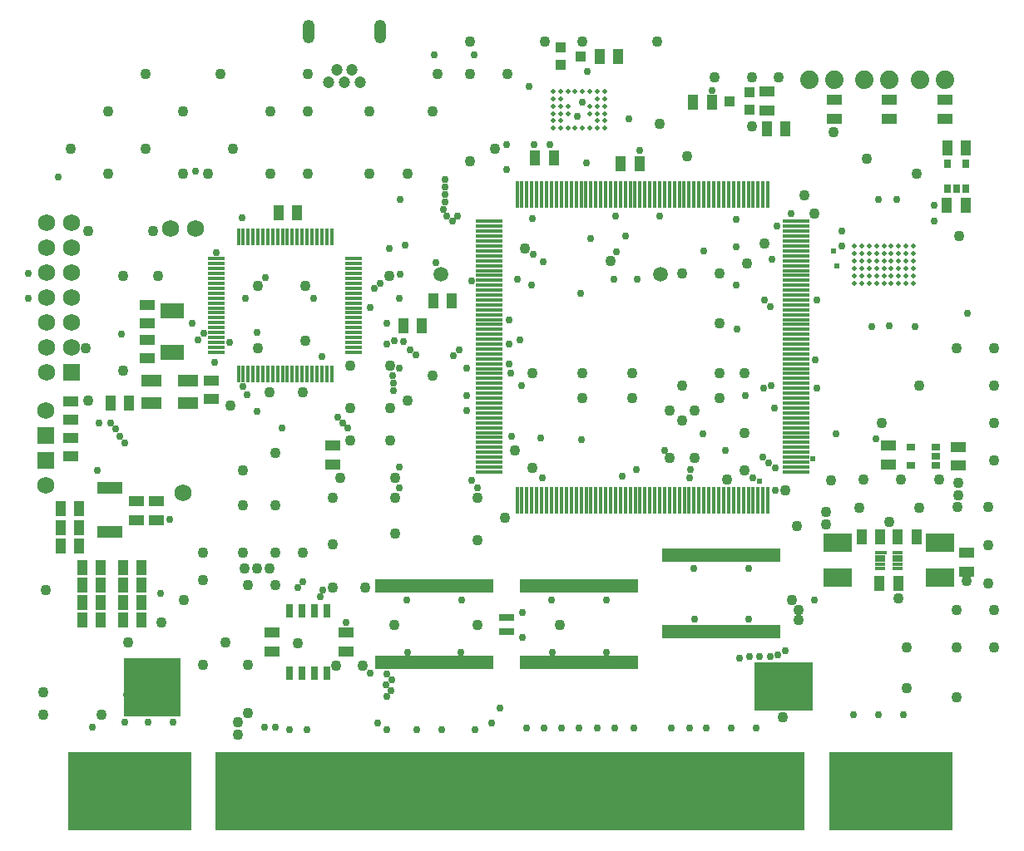
<source format=gts>
G04 This is an RS-274x file exported by *
G04 gerbv version 2.4.0 *
G04 More information is available about gerbv at *
G04 http://gerbv.gpleda.org/ *
G04 --End of header info--*
%MOIN*%
%FSLAX23Y23*%
%IPPOS*%
G04 --Define apertures--*
%ADD10C,0.0080*%
%ADD11R,0.0198X0.0552*%
%ADD12R,0.0380X0.0280*%
%ADD13R,0.0280X0.0380*%
%ADD14R,0.0670X0.0178*%
%ADD15R,0.0178X0.0670*%
%ADD16R,0.0180X0.1080*%
%ADD17R,0.1080X0.0180*%
%ADD18R,0.0280X0.0530*%
%ADD19R,0.0440X0.0440*%
%ADD20R,0.0946X0.0592*%
%ADD21R,0.0828X0.0513*%
%ADD22R,0.0680X0.0680*%
%ADD23C,0.0680*%
%ADD24C,0.0474*%
%ADD25O,0.0474X0.0946*%
%ADD26C,0.0740*%
%ADD27O,0.0194X0.0194*%
%ADD28R,0.0198X0.0473*%
%ADD29R,0.0198X0.0280*%
%ADD30R,0.4929X0.3158*%
%ADD31R,2.3630X0.3158*%
%ADD32R,0.2370X0.1977*%
%ADD33R,0.2291X0.2370*%
%ADD34R,0.1180X0.0780*%
%ADD35R,0.0630X0.0430*%
%ADD36R,0.0430X0.0630*%
%ADD37C,0.0592*%
%ADD38R,0.0473X0.0159*%
%ADD39R,0.0434X0.0159*%
%ADD40R,0.0434X0.0158*%
%ADD41C,0.0298*%
%ADD42C,0.0430*%
%ADD43C,0.0237*%
G04 --Start main section--*
G54D11*
G01X05179Y-4763D03*
G01X05198Y-4763D03*
G01X05218Y-4763D03*
G01X05238Y-4763D03*
G01X05257Y-4763D03*
G01X05277Y-4763D03*
G01X05297Y-4763D03*
G01X05317Y-4763D03*
G01X05336Y-4763D03*
G01X05356Y-4763D03*
G01X05376Y-4763D03*
G01X05395Y-4763D03*
G01X05415Y-4763D03*
G01X05435Y-4763D03*
G01X05454Y-4763D03*
G01X05474Y-4763D03*
G01X05494Y-4763D03*
G01X05513Y-4763D03*
G01X05533Y-4763D03*
G01X05553Y-4763D03*
G01X05572Y-4763D03*
G01X05592Y-4763D03*
G01X05612Y-4763D03*
G01X05631Y-4763D03*
G01X05631Y-4456D03*
G01X05612Y-4456D03*
G01X05592Y-4456D03*
G01X05572Y-4456D03*
G01X05553Y-4456D03*
G01X05533Y-4456D03*
G01X05513Y-4456D03*
G01X05494Y-4456D03*
G01X05474Y-4456D03*
G01X05454Y-4456D03*
G01X05435Y-4456D03*
G01X05415Y-4456D03*
G01X05395Y-4456D03*
G01X05376Y-4456D03*
G01X05356Y-4456D03*
G01X05336Y-4456D03*
G01X05317Y-4456D03*
G01X05297Y-4456D03*
G01X05277Y-4456D03*
G01X05257Y-4456D03*
G01X05238Y-4456D03*
G01X05218Y-4456D03*
G01X05198Y-4456D03*
G01X05179Y-4456D03*
G01X06329Y-4638D03*
G01X06348Y-4638D03*
G01X06368Y-4638D03*
G01X06388Y-4638D03*
G01X06407Y-4638D03*
G01X06427Y-4638D03*
G01X06447Y-4638D03*
G01X06467Y-4638D03*
G01X06486Y-4638D03*
G01X06506Y-4638D03*
G01X06526Y-4638D03*
G01X06545Y-4638D03*
G01X06565Y-4638D03*
G01X06585Y-4638D03*
G01X06604Y-4638D03*
G01X06624Y-4638D03*
G01X06644Y-4638D03*
G01X06663Y-4638D03*
G01X06683Y-4638D03*
G01X06703Y-4638D03*
G01X06722Y-4638D03*
G01X06742Y-4638D03*
G01X06762Y-4638D03*
G01X06781Y-4638D03*
G01X06781Y-4331D03*
G01X06762Y-4331D03*
G01X06742Y-4331D03*
G01X06722Y-4331D03*
G01X06703Y-4331D03*
G01X06683Y-4331D03*
G01X06663Y-4331D03*
G01X06644Y-4331D03*
G01X06624Y-4331D03*
G01X06604Y-4331D03*
G01X06585Y-4331D03*
G01X06565Y-4331D03*
G01X06545Y-4331D03*
G01X06526Y-4331D03*
G01X06506Y-4331D03*
G01X06486Y-4331D03*
G01X06467Y-4331D03*
G01X06447Y-4331D03*
G01X06427Y-4331D03*
G01X06407Y-4331D03*
G01X06388Y-4331D03*
G01X06368Y-4331D03*
G01X06348Y-4331D03*
G01X06329Y-4331D03*
G01X05759Y-4763D03*
G01X05778Y-4763D03*
G01X05798Y-4763D03*
G01X05818Y-4763D03*
G01X05837Y-4763D03*
G01X05857Y-4763D03*
G01X05877Y-4763D03*
G01X05897Y-4763D03*
G01X05916Y-4763D03*
G01X05936Y-4763D03*
G01X05956Y-4763D03*
G01X05975Y-4763D03*
G01X05995Y-4763D03*
G01X06015Y-4763D03*
G01X06034Y-4763D03*
G01X06054Y-4763D03*
G01X06074Y-4763D03*
G01X06093Y-4763D03*
G01X06113Y-4763D03*
G01X06133Y-4763D03*
G01X06152Y-4763D03*
G01X06172Y-4763D03*
G01X06192Y-4763D03*
G01X06211Y-4763D03*
G01X06211Y-4456D03*
G01X06192Y-4456D03*
G01X06172Y-4456D03*
G01X06152Y-4456D03*
G01X06133Y-4456D03*
G01X06113Y-4456D03*
G01X06093Y-4456D03*
G01X06074Y-4456D03*
G01X06054Y-4456D03*
G01X06034Y-4456D03*
G01X06015Y-4456D03*
G01X05995Y-4456D03*
G01X05975Y-4456D03*
G01X05956Y-4456D03*
G01X05936Y-4456D03*
G01X05916Y-4456D03*
G01X05897Y-4456D03*
G01X05877Y-4456D03*
G01X05857Y-4456D03*
G01X05837Y-4456D03*
G01X05818Y-4456D03*
G01X05798Y-4456D03*
G01X05778Y-4456D03*
G01X05759Y-4456D03*
G54D12*
G01X07415Y-3973D03*
G01X07415Y-3898D03*
G01X07315Y-3973D03*
G01X07415Y-3936D03*
G01X07315Y-3898D03*
G54D13*
G01X07461Y-2863D03*
G01X07536Y-2863D03*
G01X07461Y-2763D03*
G01X07498Y-2863D03*
G01X07536Y-2763D03*
G54D14*
G01X04532Y-3143D03*
G01X04532Y-3163D03*
G01X04532Y-3182D03*
G01X04532Y-3202D03*
G01X04532Y-3222D03*
G01X04532Y-3241D03*
G01X04532Y-3261D03*
G01X04532Y-3281D03*
G01X04532Y-3300D03*
G01X04532Y-3320D03*
G01X04532Y-3340D03*
G01X04532Y-3359D03*
G01X04532Y-3379D03*
G01X04532Y-3399D03*
G01X04532Y-3418D03*
G01X04532Y-3438D03*
G01X04532Y-3458D03*
G01X04532Y-3478D03*
G01X04532Y-3497D03*
G01X04532Y-3517D03*
G54D15*
G01X04621Y-3605D03*
G01X04640Y-3605D03*
G01X04660Y-3605D03*
G01X04680Y-3605D03*
G01X04699Y-3605D03*
G01X04719Y-3605D03*
G01X04739Y-3605D03*
G01X04758Y-3605D03*
G01X04778Y-3605D03*
G01X04798Y-3605D03*
G01X04817Y-3605D03*
G01X04837Y-3605D03*
G01X04857Y-3605D03*
G01X04876Y-3605D03*
G01X04896Y-3605D03*
G01X04916Y-3605D03*
G01X04935Y-3605D03*
G01X04955Y-3605D03*
G01X04975Y-3605D03*
G01X04995Y-3605D03*
G54D14*
G01X05083Y-3517D03*
G01X05083Y-3497D03*
G01X05083Y-3478D03*
G01X05083Y-3458D03*
G01X05083Y-3438D03*
G01X05083Y-3418D03*
G01X05083Y-3399D03*
G01X05083Y-3379D03*
G01X05083Y-3359D03*
G01X05083Y-3340D03*
G01X05083Y-3320D03*
G01X05083Y-3300D03*
G01X05083Y-3281D03*
G01X05083Y-3261D03*
G01X05083Y-3241D03*
G01X05083Y-3222D03*
G01X05083Y-3202D03*
G01X05083Y-3182D03*
G01X05083Y-3163D03*
G01X05083Y-3143D03*
G54D15*
G01X04995Y-3054D03*
G01X04975Y-3054D03*
G01X04955Y-3054D03*
G01X04935Y-3054D03*
G01X04916Y-3054D03*
G01X04896Y-3054D03*
G01X04876Y-3054D03*
G01X04857Y-3054D03*
G01X04837Y-3054D03*
G01X04817Y-3054D03*
G01X04798Y-3054D03*
G01X04778Y-3054D03*
G01X04758Y-3054D03*
G01X04739Y-3054D03*
G01X04719Y-3054D03*
G01X04699Y-3054D03*
G01X04680Y-3054D03*
G01X04660Y-3054D03*
G01X04640Y-3054D03*
G01X04621Y-3054D03*
G54D16*
G01X06742Y-2885D03*
G01X06723Y-2885D03*
G01X06703Y-2885D03*
G01X06683Y-2885D03*
G01X06664Y-2885D03*
G01X06644Y-2885D03*
G01X06624Y-2885D03*
G01X06604Y-2885D03*
G01X06585Y-2885D03*
G01X06565Y-2885D03*
G01X06545Y-2885D03*
G01X06526Y-2885D03*
G01X06506Y-2885D03*
G01X06486Y-2885D03*
G01X06467Y-2885D03*
G01X06447Y-2885D03*
G01X06427Y-2885D03*
G01X06407Y-2885D03*
G01X06388Y-2885D03*
G01X06368Y-2885D03*
G01X06348Y-2885D03*
G01X06329Y-2885D03*
G01X06309Y-2885D03*
G01X06289Y-2885D03*
G01X06270Y-2885D03*
G01X06250Y-2885D03*
G01X06230Y-2885D03*
G01X06210Y-2885D03*
G01X06191Y-2885D03*
G01X06171Y-2885D03*
G01X06151Y-2885D03*
G01X06132Y-2885D03*
G01X06112Y-2885D03*
G01X06092Y-2885D03*
G01X06073Y-2885D03*
G01X06053Y-2885D03*
G01X06033Y-2885D03*
G01X06013Y-2885D03*
G01X05994Y-2885D03*
G01X05974Y-2885D03*
G01X05954Y-2885D03*
G01X05935Y-2885D03*
G01X05915Y-2885D03*
G01X05895Y-2885D03*
G01X05876Y-2885D03*
G01X05856Y-2885D03*
G01X05836Y-2885D03*
G01X05816Y-2885D03*
G01X05797Y-2885D03*
G01X05777Y-2885D03*
G01X05757Y-2885D03*
G01X05738Y-2885D03*
G54D17*
G01X05627Y-2993D03*
G01X05627Y-3012D03*
G01X05627Y-3032D03*
G01X05627Y-3052D03*
G01X05627Y-3071D03*
G01X05627Y-3091D03*
G01X05627Y-3111D03*
G01X05627Y-3131D03*
G01X05627Y-3150D03*
G01X05627Y-3170D03*
G01X05627Y-3190D03*
G01X05627Y-3209D03*
G01X05627Y-3229D03*
G01X05627Y-3249D03*
G01X05627Y-3268D03*
G01X05627Y-3288D03*
G01X05627Y-3308D03*
G01X05627Y-3328D03*
G01X05627Y-3347D03*
G01X05627Y-3367D03*
G01X05627Y-3387D03*
G01X05627Y-3406D03*
G01X05627Y-3426D03*
G01X05627Y-3446D03*
G01X05627Y-3465D03*
G01X05627Y-3485D03*
G01X05627Y-3505D03*
G01X05627Y-3525D03*
G01X05627Y-3544D03*
G01X05627Y-3564D03*
G01X05627Y-3584D03*
G01X05627Y-3603D03*
G01X05627Y-3623D03*
G01X05627Y-3643D03*
G01X05627Y-3662D03*
G01X05627Y-3682D03*
G01X05627Y-3702D03*
G01X05627Y-3722D03*
G01X05627Y-3741D03*
G01X05627Y-3761D03*
G01X05627Y-3781D03*
G01X05627Y-3800D03*
G01X05627Y-3820D03*
G01X05627Y-3840D03*
G01X05627Y-3859D03*
G01X05627Y-3879D03*
G01X05627Y-3899D03*
G01X05627Y-3919D03*
G01X05627Y-3938D03*
G01X05627Y-3958D03*
G01X05627Y-3978D03*
G01X05627Y-3997D03*
G54D16*
G01X05738Y-4113D03*
G01X05757Y-4113D03*
G01X05777Y-4113D03*
G01X05797Y-4113D03*
G01X05817Y-4113D03*
G01X05836Y-4113D03*
G01X05856Y-4113D03*
G01X05876Y-4113D03*
G01X05895Y-4113D03*
G01X05915Y-4113D03*
G01X05935Y-4113D03*
G01X05954Y-4113D03*
G01X05974Y-4113D03*
G01X05994Y-4113D03*
G01X06014Y-4113D03*
G01X06033Y-4113D03*
G01X06053Y-4113D03*
G01X06073Y-4113D03*
G01X06092Y-4113D03*
G01X06112Y-4113D03*
G01X06132Y-4113D03*
G01X06151Y-4113D03*
G01X06171Y-4113D03*
G01X06191Y-4113D03*
G01X06211Y-4113D03*
G01X06230Y-4113D03*
G01X06250Y-4113D03*
G01X06270Y-4113D03*
G01X06289Y-4113D03*
G01X06309Y-4113D03*
G01X06329Y-4113D03*
G01X06348Y-4113D03*
G01X06368Y-4113D03*
G01X06388Y-4113D03*
G01X06408Y-4113D03*
G01X06427Y-4113D03*
G01X06447Y-4113D03*
G01X06467Y-4113D03*
G01X06486Y-4113D03*
G01X06506Y-4113D03*
G01X06526Y-4113D03*
G01X06545Y-4113D03*
G01X06565Y-4113D03*
G01X06585Y-4113D03*
G01X06605Y-4113D03*
G01X06624Y-4113D03*
G01X06644Y-4113D03*
G01X06664Y-4113D03*
G01X06683Y-4113D03*
G01X06703Y-4113D03*
G01X06723Y-4113D03*
G01X06742Y-4113D03*
G54D17*
G01X06855Y-3997D03*
G01X06855Y-3978D03*
G01X06855Y-3958D03*
G01X06855Y-3938D03*
G01X06855Y-3918D03*
G01X06855Y-3899D03*
G01X06855Y-3879D03*
G01X06855Y-3859D03*
G01X06855Y-3840D03*
G01X06855Y-3820D03*
G01X06855Y-3800D03*
G01X06855Y-3781D03*
G01X06855Y-3761D03*
G01X06855Y-3741D03*
G01X06855Y-3721D03*
G01X06855Y-3702D03*
G01X06855Y-3682D03*
G01X06855Y-3662D03*
G01X06855Y-3643D03*
G01X06855Y-3623D03*
G01X06855Y-3603D03*
G01X06855Y-3584D03*
G01X06855Y-3564D03*
G01X06855Y-3544D03*
G01X06855Y-3524D03*
G01X06855Y-3505D03*
G01X06855Y-3485D03*
G01X06855Y-3465D03*
G01X06855Y-3446D03*
G01X06855Y-3426D03*
G01X06855Y-3406D03*
G01X06855Y-3387D03*
G01X06855Y-3367D03*
G01X06855Y-3347D03*
G01X06855Y-3327D03*
G01X06855Y-3308D03*
G01X06855Y-3288D03*
G01X06855Y-3268D03*
G01X06855Y-3249D03*
G01X06855Y-3229D03*
G01X06855Y-3209D03*
G01X06855Y-3190D03*
G01X06855Y-3170D03*
G01X06855Y-3150D03*
G01X06855Y-3130D03*
G01X06855Y-3111D03*
G01X06855Y-3091D03*
G01X06855Y-3071D03*
G01X06855Y-3052D03*
G01X06855Y-3032D03*
G01X06855Y-3012D03*
G01X06855Y-2993D03*
G54D18*
G01X04975Y-4805D03*
G01X04925Y-4805D03*
G01X04875Y-4805D03*
G01X04825Y-4805D03*
G01X04825Y-4555D03*
G01X04875Y-4555D03*
G01X04925Y-4555D03*
G01X04975Y-4555D03*
G54D19*
G01X05913Y-2366D03*
G01X05913Y-2296D03*
G01X05993Y-2331D03*
G54D20*
G01X04355Y-3352D03*
G01X04355Y-3518D03*
G54D21*
G01X04272Y-3630D03*
G01X04418Y-3630D03*
G01X04272Y-3720D03*
G01X04418Y-3720D03*
G54D22*
G01X03850Y-3850D03*
G54D23*
G01X03850Y-3750D03*
G54D24*
G01X05014Y-2386D03*
G01X05045Y-2434D03*
G01X05077Y-2386D03*
G01X05108Y-2434D03*
G01X04982Y-2434D03*
G54D25*
G01X04901Y-2233D03*
G01X05189Y-2233D03*
G54D19*
G01X06670Y-2475D03*
G01X06670Y-2545D03*
G01X06590Y-2510D03*
G54D22*
G01X03850Y-3950D03*
G54D23*
G01X03850Y-4050D03*
G01X04400Y-4080D03*
G01X04450Y-3020D03*
G01X04350Y-3020D03*
G54D26*
G01X07130Y-2425D03*
G01X07230Y-2425D03*
G01X07353Y-2425D03*
G01X07453Y-2425D03*
G54D27*
G01X07326Y-3093D03*
G01X07296Y-3093D03*
G01X07267Y-3093D03*
G01X07237Y-3093D03*
G01X07208Y-3093D03*
G01X07178Y-3093D03*
G01X07149Y-3093D03*
G01X07119Y-3093D03*
G01X07090Y-3093D03*
G01X07326Y-3123D03*
G01X07296Y-3123D03*
G01X07267Y-3123D03*
G01X07237Y-3123D03*
G01X07208Y-3123D03*
G01X07178Y-3123D03*
G01X07149Y-3123D03*
G01X07119Y-3123D03*
G01X07090Y-3123D03*
G01X07326Y-3152D03*
G01X07296Y-3152D03*
G01X07267Y-3152D03*
G01X07237Y-3152D03*
G01X07208Y-3152D03*
G01X07178Y-3152D03*
G01X07149Y-3152D03*
G01X07119Y-3152D03*
G01X07090Y-3152D03*
G01X07326Y-3182D03*
G01X07296Y-3182D03*
G01X07267Y-3182D03*
G01X07237Y-3182D03*
G01X07208Y-3182D03*
G01X07178Y-3182D03*
G01X07149Y-3182D03*
G01X07119Y-3182D03*
G01X07090Y-3182D03*
G01X07326Y-3211D03*
G01X07296Y-3211D03*
G01X07267Y-3211D03*
G01X07237Y-3211D03*
G01X07208Y-3211D03*
G01X07178Y-3211D03*
G01X07149Y-3211D03*
G01X07119Y-3211D03*
G01X07090Y-3211D03*
G01X07326Y-3241D03*
G01X07296Y-3241D03*
G01X07267Y-3241D03*
G01X07237Y-3241D03*
G01X07208Y-3241D03*
G01X07178Y-3241D03*
G01X07149Y-3241D03*
G01X07119Y-3241D03*
G01X07090Y-3241D03*
G01X05882Y-2619D03*
G01X05911Y-2619D03*
G01X05941Y-2619D03*
G01X05970Y-2619D03*
G01X06000Y-2619D03*
G01X06029Y-2619D03*
G01X06059Y-2619D03*
G01X06088Y-2619D03*
G01X05882Y-2589D03*
G01X05911Y-2589D03*
G01X06059Y-2589D03*
G01X06088Y-2589D03*
G01X05882Y-2560D03*
G01X05911Y-2560D03*
G01X05941Y-2560D03*
G01X06029Y-2560D03*
G01X06059Y-2560D03*
G01X06088Y-2560D03*
G01X05882Y-2530D03*
G01X05911Y-2530D03*
G01X05941Y-2530D03*
G01X06029Y-2530D03*
G01X06059Y-2530D03*
G01X06088Y-2530D03*
G01X05882Y-2501D03*
G01X05911Y-2501D03*
G01X06059Y-2501D03*
G01X06088Y-2501D03*
G01X05882Y-2471D03*
G01X05911Y-2471D03*
G01X05941Y-2471D03*
G01X05970Y-2471D03*
G01X06000Y-2471D03*
G01X06029Y-2471D03*
G01X06059Y-2471D03*
G01X06088Y-2471D03*
G54D28*
G01X04144Y-4061D03*
G01X04125Y-4061D03*
G01X04105Y-4061D03*
G01X04085Y-4061D03*
G01X04066Y-4061D03*
G01X04066Y-4238D03*
G01X04085Y-4238D03*
G01X04105Y-4238D03*
G01X04125Y-4238D03*
G01X04144Y-4238D03*
G54D29*
G01X05715Y-4582D03*
G01X05695Y-4582D03*
G01X05675Y-4582D03*
G01X05675Y-4637D03*
G01X05695Y-4637D03*
G01X05715Y-4637D03*
G54D22*
G01X03952Y-3599D03*
G54D23*
G01X03852Y-3599D03*
G01X03952Y-3499D03*
G01X03852Y-3499D03*
G01X03952Y-3399D03*
G01X03852Y-3399D03*
G01X03952Y-3299D03*
G01X03852Y-3299D03*
G01X03952Y-3199D03*
G01X03852Y-3199D03*
G01X03952Y-3099D03*
G01X03852Y-3099D03*
G01X03952Y-2999D03*
G01X03852Y-2999D03*
G54D26*
G01X06908Y-2425D03*
G01X07008Y-2425D03*
G54D30*
G01X07236Y-5279D03*
G01X04184Y-5279D03*
G54D31*
G01X05710Y-5279D03*
G54D32*
G01X06805Y-4858D03*
G54D33*
G01X04277Y-4862D03*
G54D34*
G01X07023Y-4282D03*
G01X07023Y-4422D03*
G01X07433Y-4422D03*
G01X07433Y-4282D03*
G54D35*
G01X04755Y-4642D03*
G01X04755Y-4717D03*
G01X04291Y-4191D03*
G01X04291Y-4116D03*
G01X07008Y-2580D03*
G01X07008Y-2505D03*
G01X03948Y-3860D03*
G01X03948Y-3935D03*
G01X03949Y-3789D03*
G01X03949Y-3714D03*
G54D36*
G01X07265Y-4445D03*
G01X07190Y-4445D03*
G01X07118Y-4257D03*
G01X07193Y-4257D03*
G54D35*
G01X07540Y-4397D03*
G01X07540Y-4322D03*
G54D36*
G01X07338Y-4257D03*
G01X07263Y-4257D03*
G54D35*
G01X07225Y-3968D03*
G01X07225Y-3893D03*
G54D36*
G01X07461Y-2698D03*
G01X07536Y-2698D03*
G54D35*
G01X07505Y-3973D03*
G01X07505Y-3898D03*
G54D36*
G01X07460Y-2929D03*
G01X07535Y-2929D03*
G01X06068Y-2330D03*
G01X06143Y-2330D03*
G54D35*
G01X04213Y-4191D03*
G01X04213Y-4116D03*
G01X05053Y-4642D03*
G01X05053Y-4717D03*
G54D36*
G01X05476Y-3311D03*
G01X05401Y-3311D03*
G01X06228Y-2760D03*
G01X06153Y-2760D03*
G01X05809Y-2738D03*
G01X05884Y-2738D03*
G01X05357Y-3410D03*
G01X05282Y-3410D03*
G54D35*
G01X04255Y-3327D03*
G01X04255Y-3402D03*
G01X04512Y-3631D03*
G01X04512Y-3706D03*
G54D36*
G01X04183Y-3720D03*
G01X04108Y-3720D03*
G01X06738Y-2620D03*
G01X06813Y-2620D03*
G54D35*
G01X06740Y-2547D03*
G01X06740Y-2472D03*
G54D36*
G01X06443Y-2515D03*
G01X06518Y-2515D03*
G54D35*
G01X07453Y-2580D03*
G01X07453Y-2505D03*
G01X07230Y-2580D03*
G01X07230Y-2505D03*
G54D36*
G01X04781Y-2957D03*
G01X04856Y-2957D03*
G54D35*
G01X05000Y-3967D03*
G01X05000Y-3892D03*
G54D36*
G01X03983Y-4145D03*
G01X03908Y-4145D03*
G01X03983Y-4220D03*
G01X03908Y-4220D03*
G01X03983Y-4295D03*
G01X03908Y-4295D03*
G01X04158Y-4592D03*
G01X04233Y-4592D03*
G01X04070Y-4522D03*
G01X03995Y-4522D03*
G01X03995Y-4452D03*
G01X04070Y-4452D03*
G01X03995Y-4382D03*
G01X04070Y-4382D03*
G01X04233Y-4382D03*
G01X04158Y-4382D03*
G01X04070Y-4592D03*
G01X03995Y-4592D03*
G01X04233Y-4452D03*
G01X04158Y-4452D03*
G01X04158Y-4522D03*
G01X04233Y-4522D03*
G54D35*
G01X04255Y-3542D03*
G01X04255Y-3467D03*
G54D37*
G01X05431Y-3205D03*
G01X06313Y-3205D03*
G54D38*
G01X07194Y-4321D03*
G54D39*
G01X07192Y-4337D03*
G01X07192Y-4352D03*
G01X07192Y-4368D03*
G01X07192Y-4384D03*
G54D40*
G01X07263Y-4384D03*
G01X07263Y-4368D03*
G01X07263Y-4352D03*
G01X07263Y-4337D03*
G01X07263Y-4321D03*
G54D42*
G01X06996Y-4032D03*
G54D41*
G01X05535Y-3692D03*
G01X06938Y-3307D03*
G01X06938Y-3662D03*
G01X07541Y-3360D03*
G01X07230Y-3413D03*
G54D42*
G01X06400Y-3791D03*
G54D41*
G01X06015Y-2757D03*
G01X05750Y-3469D03*
G01X06724Y-3663D03*
G01X06137Y-3116D03*
G01X05754Y-3650D03*
G01X06751Y-3336D03*
G01X06228Y-2707D03*
G01X06433Y-3987D03*
G01X06215Y-3987D03*
G01X06683Y-4020D03*
G01X05843Y-3155D03*
G01X06614Y-2984D03*
G01X05695Y-2785D03*
G01X07409Y-2929D03*
G01X04347Y-4189D03*
G54D42*
G01X04745Y-3677D03*
G54D41*
G01X05695Y-2686D03*
G01X05705Y-3387D03*
G54D42*
G01X07503Y-4137D03*
G01X07505Y-4090D03*
G01X07505Y-4043D03*
G54D41*
G01X04648Y-3300D03*
G01X05807Y-2686D03*
G01X07184Y-2906D03*
G01X06309Y-2973D03*
G01X06132Y-2973D03*
G01X05799Y-2980D03*
G01X06760Y-3146D03*
G01X06728Y-3307D03*
G01X06756Y-3653D03*
G01X06768Y-3740D03*
G01X05713Y-3602D03*
G01X06428Y-4022D03*
G01X06160Y-4015D03*
G01X05838Y-4022D03*
G01X05715Y-3855D03*
G54D42*
G01X04745Y-4385D03*
G01X04695Y-4385D03*
G01X04645Y-4385D03*
G54D41*
G01X05295Y-4510D03*
G01X05515Y-4510D03*
G01X06095Y-4510D03*
G01X05875Y-4510D03*
G01X06665Y-4385D03*
G01X06445Y-4385D03*
G01X06928Y-4512D03*
G01X04308Y-4485D03*
G54D42*
G01X04658Y-4965D03*
G54D41*
G01X05051Y-4601D03*
G54D42*
G01X07540Y-4435D03*
G01X07265Y-4505D03*
G54D41*
G01X05298Y-4720D03*
G01X06665Y-4587D03*
G01X06448Y-4587D03*
G01X06095Y-4720D03*
G01X05878Y-4720D03*
G01X05513Y-4720D03*
G54D42*
G01X04620Y-5052D03*
G01X04620Y-5002D03*
G54D41*
G01X05404Y-2324D03*
G01X05564Y-2324D03*
G01X04450Y-2790D03*
G01X04483Y-3440D03*
G01X06518Y-2469D03*
G01X06187Y-2581D03*
G01X04435Y-3400D03*
G01X04153Y-3445D03*
G01X05670Y-4945D03*
G01X06630Y-4745D03*
G01X06668Y-4737D03*
G01X07085Y-4970D03*
G01X05635Y-5005D03*
G01X05775Y-5025D03*
G01X05845Y-5025D03*
G01X06595Y-5025D03*
G01X06695Y-5025D03*
G01X05915Y-5025D03*
G01X05985Y-5025D03*
G01X06060Y-5025D03*
G01X06130Y-5025D03*
G01X06205Y-5025D03*
G01X06355Y-5025D03*
G01X06430Y-5025D03*
G01X06495Y-5025D03*
G01X04770Y-5020D03*
G01X05180Y-5005D03*
G01X05570Y-5030D03*
G01X05435Y-5030D03*
G01X05335Y-5030D03*
G01X05215Y-5030D03*
G01X05233Y-4875D03*
G01X04360Y-5000D03*
G01X05215Y-4897D03*
G01X05235Y-4830D03*
G01X04260Y-5000D03*
G01X05213Y-4852D03*
G01X05148Y-4805D03*
G01X05215Y-4807D03*
G01X04165Y-5000D03*
G01X06708Y-4737D03*
G01X07185Y-4970D03*
G01X06753Y-4737D03*
G01X06783Y-4732D03*
G01X07285Y-4970D03*
G01X06813Y-4715D03*
G01X04035Y-5020D03*
G01X05265Y-4060D03*
G01X05580Y-4060D03*
G01X04880Y-4437D03*
G01X04960Y-4470D03*
G01X04858Y-4460D03*
G01X04950Y-4497D03*
G01X04895Y-5030D03*
G01X04825Y-5030D03*
G01X04795Y-3823D03*
G01X04146Y-3854D03*
G01X05310Y-3509D03*
G01X05243Y-3640D03*
G01X05038Y-3800D03*
G01X04128Y-3825D03*
G01X04108Y-3802D03*
G01X05018Y-3777D03*
G01X05240Y-3610D03*
G01X05283Y-3475D03*
G01X05333Y-3528D03*
G01X05243Y-3670D03*
G01X05058Y-3822D03*
G01X04165Y-3882D03*
G01X05535Y-3750D03*
G01X05150Y-3339D03*
G01X05555Y-4032D03*
G01X05265Y-3977D03*
G01X05265Y-3582D03*
G01X05245Y-3472D03*
G01X06773Y-3982D03*
G01X05448Y-2825D03*
G01X03900Y-2815D03*
G54D42*
G01X04180Y-4890D03*
G01X04180Y-4680D03*
G01X03840Y-4880D03*
G01X03840Y-4970D03*
G01X04073Y-4970D03*
G01X04313Y-4602D03*
G01X06650Y-3840D03*
G54D41*
G01X05706Y-3564D03*
G01X05705Y-3484D03*
G54D42*
G01X05800Y-3600D03*
G01X05770Y-3100D03*
G54D41*
G01X06618Y-3426D03*
G54D42*
G01X06811Y-4071D03*
G01X06650Y-3992D03*
G54D41*
G01X06572Y-3910D03*
G54D42*
G01X06976Y-4209D03*
G01X06976Y-4157D03*
G01X06858Y-4216D03*
G54D41*
G01X07016Y-3846D03*
G54D42*
G01X07500Y-4551D03*
G01X07299Y-4701D03*
G01X07299Y-4866D03*
G54D41*
G01X05290Y-3087D03*
G01X05224Y-3102D03*
G01X05795Y-3247D03*
G54D42*
G01X06113Y-3152D03*
G54D41*
G01X06032Y-3060D03*
G01X05803Y-3126D03*
G54D42*
G01X06530Y-2414D03*
G01X05224Y-3213D03*
G01X07626Y-4138D03*
G01X07650Y-3950D03*
G01X07650Y-3800D03*
G01X07650Y-3650D03*
G01X07650Y-3500D03*
G01X07500Y-3500D03*
G01X07350Y-3650D03*
G01X07200Y-3800D03*
G01X04860Y-4685D03*
G01X07626Y-4445D03*
G01X07500Y-4700D03*
G01X07500Y-4900D03*
G01X07650Y-4700D03*
G01X07650Y-4550D03*
G01X07429Y-4028D03*
G01X07276Y-4028D03*
G01X07126Y-4028D03*
G01X07110Y-4140D03*
G01X07348Y-4140D03*
G01X07228Y-4197D03*
G54D41*
G01X07408Y-2990D03*
G54D42*
G01X07626Y-4291D03*
G01X05690Y-4180D03*
G01X05580Y-4270D03*
G01X06680Y-2610D03*
G01X06680Y-2414D03*
G01X06000Y-3600D03*
G01X06400Y-3650D03*
G01X06200Y-3600D03*
G01X06400Y-3200D03*
G01X06000Y-3700D03*
G01X06200Y-3700D03*
G01X05230Y-3570D03*
G54D41*
G01X05265Y-3302D03*
G54D42*
G01X05070Y-3570D03*
G01X05070Y-3740D03*
G01X05230Y-3740D03*
G01X04878Y-4320D03*
G01X04878Y-3677D03*
G01X05250Y-4100D03*
G01X05000Y-4100D03*
G01X05000Y-4287D03*
G01X05030Y-4020D03*
G01X05248Y-4244D03*
G01X05580Y-4100D03*
G01X05300Y-3710D03*
G01X05230Y-3870D03*
G01X05070Y-3870D03*
G54D41*
G01X05868Y-2684D03*
G54D42*
G01X03850Y-4470D03*
G01X04403Y-4512D03*
G01X04890Y-3470D03*
G01X04890Y-3250D03*
G54D41*
G01X05215Y-3402D03*
G01X06486Y-3113D03*
G54D42*
G01X04770Y-4320D03*
G01X04640Y-4320D03*
G01X04480Y-4430D03*
G01X04480Y-4320D03*
G01X04570Y-4680D03*
G01X04660Y-4450D03*
G01X04770Y-4450D03*
G01X06578Y-4027D03*
G01X06730Y-3082D03*
G01X06928Y-2962D03*
G01X06888Y-2887D03*
G01X06865Y-4592D03*
G01X06865Y-4550D03*
G01X06840Y-4510D03*
G01X06000Y-2270D03*
G01X06300Y-2270D03*
G01X05850Y-2270D03*
G01X05550Y-2270D03*
G01X05700Y-2400D03*
G54D41*
G01X06018Y-2392D03*
G01X07332Y-3414D03*
G01X05786Y-2450D03*
G54D42*
G01X04250Y-2400D03*
G01X04550Y-2400D03*
G01X04160Y-3590D03*
G01X04480Y-4770D03*
G01X05650Y-2700D03*
G01X05420Y-2400D03*
G01X05550Y-2400D03*
G01X05550Y-2750D03*
G01X05400Y-2550D03*
G01X05300Y-2800D03*
G01X05145Y-2550D03*
G01X05145Y-2800D03*
G01X04900Y-2400D03*
G01X04600Y-2700D03*
G01X04750Y-2550D03*
G01X04900Y-2550D03*
G01X04750Y-2800D03*
G01X04500Y-2800D03*
G01X04900Y-2800D03*
G01X04280Y-3030D03*
G01X04020Y-3030D03*
G01X04400Y-2800D03*
G01X04100Y-2800D03*
G01X04250Y-2700D03*
G01X03950Y-2700D03*
G01X04400Y-2550D03*
G01X04100Y-2550D03*
G01X05250Y-4020D03*
G01X06420Y-2730D03*
G01X06310Y-2600D03*
G01X06550Y-3700D03*
G01X06550Y-3600D03*
G01X06550Y-3200D03*
G01X06550Y-3400D03*
G01X06450Y-3750D03*
G01X06350Y-3940D03*
G01X06350Y-3750D03*
G01X06660Y-3160D03*
G01X05800Y-3980D03*
G01X05730Y-3910D03*
G01X06450Y-3940D03*
G01X06650Y-3600D03*
G01X07510Y-3050D03*
G01X07140Y-2740D03*
G01X06784Y-2414D03*
G01X07005Y-2635D03*
G01X07340Y-2800D03*
G01X04020Y-3710D03*
G01X04590Y-3730D03*
G01X04770Y-4130D03*
G01X04770Y-3920D03*
G01X04640Y-4130D03*
G01X04640Y-3990D03*
G01X05400Y-3612D03*
G01X04660Y-4770D03*
G01X05013Y-4775D03*
G01X05000Y-4460D03*
G01X05130Y-4460D03*
G01X05120Y-4775D03*
G01X04700Y-3500D03*
G01X04700Y-3250D03*
G01X04160Y-3210D03*
G01X04300Y-3210D03*
G01X04010Y-3500D03*
G54D41*
G01X05759Y-4560D03*
G01X07038Y-3032D03*
G01X07038Y-3092D03*
G01X07174Y-3865D03*
G01X07160Y-3414D03*
G01X07258Y-2906D03*
G01X04697Y-3438D03*
G01X04923Y-3302D03*
G01X04730Y-3217D03*
G01X06617Y-3249D03*
G01X06615Y-3095D03*
G01X06171Y-3051D03*
G01X05831Y-3860D03*
G01X05994Y-3868D03*
G01X06328Y-3911D03*
G01X06482Y-3845D03*
G01X06652Y-3693D03*
G01X05978Y-2570D03*
G01X06000Y-2514D03*
G54D42*
G01X05578Y-4610D03*
G54D41*
G01X05760Y-4660D03*
G54D42*
G01X05245Y-4610D03*
G01X05910Y-4610D03*
G54D41*
G01X05215Y-3485D03*
G01X04525Y-3557D03*
G01X04460Y-3467D03*
G54D42*
G01X06803Y-4980D03*
G01X06803Y-4930D03*
G01X06803Y-4880D03*
G54D41*
G01X04955Y-3535D03*
G01X05535Y-3582D03*
G01X05483Y-3532D03*
G01X05448Y-2915D03*
G01X04635Y-2977D03*
G01X04533Y-3117D03*
G01X06723Y-3937D03*
G01X06835Y-2962D03*
G01X06745Y-3962D03*
G01X05413Y-3157D03*
G01X05500Y-2972D03*
G01X05190Y-3242D03*
G01X04055Y-3992D03*
G01X04063Y-3803D03*
G01X04697Y-3756D03*
G01X04638Y-3655D03*
G01X04656Y-3688D03*
G01X05455Y-2972D03*
G01X04586Y-3478D03*
G01X05478Y-2992D03*
G01X05165Y-3262D03*
G01X05443Y-2945D03*
G01X06778Y-3012D03*
G54D43*
G01X06921Y-3945D03*
G01X06709Y-4035D03*
G01X07018Y-3171D03*
G01X07004Y-3113D03*
G54D41*
G01X05268Y-3205D03*
G01X05268Y-2905D03*
G01X05504Y-3508D03*
G01X06218Y-3225D03*
G01X05555Y-3232D03*
G01X05993Y-3282D03*
G01X05740Y-3225D03*
G01X06125Y-3225D03*
G01X04725Y-5020D03*
G01X06933Y-3547D03*
G01X06772Y-4071D03*
G01X03778Y-3300D03*
G01X05448Y-2855D03*
G01X05448Y-2885D03*
G01X03778Y-3200D03*
M02*

</source>
